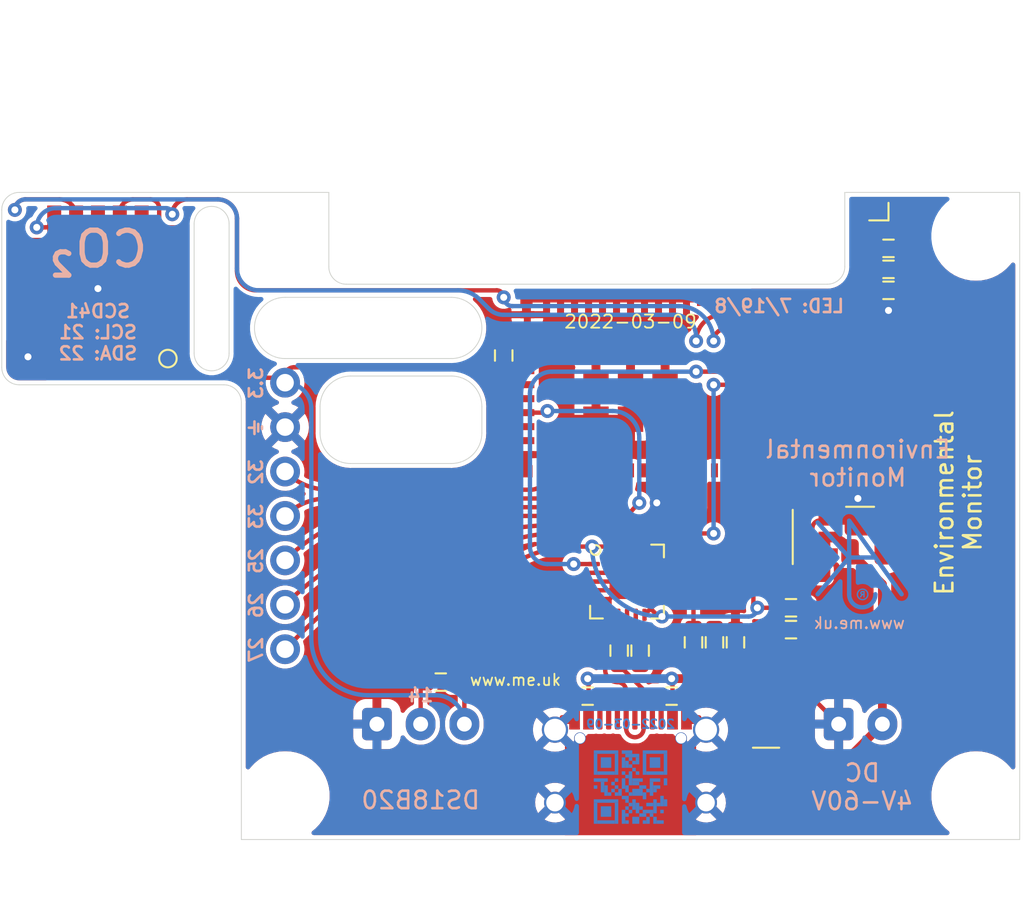
<source format=kicad_pcb>
(kicad_pcb (version 20211014) (generator pcbnew)
  (title_block (title "EnvMon") (date "${DATE}") (rev "4") (comment 1 "www.me.uk") (comment 2 "@TheRealRevK") (comment 3 "Adrian Kennard Andrews & Arnold Ltd"))
  (layers (0 "F.Cu" signal) (31 "B.Cu" signal) (34 "B.Paste" user) (35 "F.Paste" user) (36 "B.SilkS" user "B.Silkscreen") (37 "F.SilkS" user "F.Silkscreen") (38 "B.Mask" user) (39 "F.Mask" user) (44 "Edge.Cuts" user))
  (property "DATE" "2022-03-09")
  (net 0 "")
  (net 1 "VBUS")
  (net 2 "D+")
  (net 3 "D-")
  (net 5 "Net-(J1-PadA5)")
  (net 6 "Net-(J1-PadB5)")
  (net 8 "Net-(J1-PadA6)")
  (net 9 "TEMP")
  (net 11 "GND")
  (net 12 "+3V3")
  (net 13 "OLED-RST")
  (net 14 "OLED-DC")
  (net 15 "OLED-CS0")
  (net 16 "OLED-SCLK")
  (net 17 "OLED-MOSI")
  (net 18 "CO2-SDA")
  (net 19 "CO2-SCL")
  (net 28 "R")
  (net 29 "G")
  (net 30 "B")
  (net 31 "DC")
  (net 32 "Net-(D3-Pad2)")
  (net 33 "Net-(D3-Pad3)")
  (net 38 "O")
  (net 42 "I")
  (net 43 "EN")
  (net 44 "Net-(D3-Pad4)")
  (net 45 "Net-(R1-Pad2)")
  (net 47 "BOOT")
  (net 48 "Net-(J1-PadA7)")
  (net 49 "Net-(R10-Pad2)")
  (footprint "RevK:R_0603" (layer "F.Cu") (at 131.425 86.75)
    (fp_text reference "R1" hide)
    (fp_text value "100k 1% or 0R")
  )
  (footprint "RevK:SCD41" (layer "F.Cu") (at 91.8 68.5 180)
    (fp_text reference "U2" hide)
    (fp_text value "SCD41")
  )
  (footprint "RevK:Molex_MiniSPOX_H3RA" (layer "F.Cu") (at 110.25 93.4)
    (fp_text reference "J3" hide)
    (fp_text value "TEMP")
  )
  (footprint "RevK:Hidden" (layer "F.Cu") (at 135.75 83.55)
    (fp_text reference "C2" hide)
    (fp_text value "2.2uF")
  )
  (footprint "RevK:USC16-TR-Round" (layer "F.Cu") (at 122.25 100)
    (fp_text reference "J1" hide)
    (fp_text value "USB-C")
  )
  (footprint "RevK:R_0603" (layer "F.Cu") (at 131.425 88)
    (fp_text reference "R2" hide)
    (fp_text value "30k 1% or NF")
  )
  (footprint "RevK:R_0603" (layer "F.Cu") (at 127.05 88.725 90)
    (fp_text reference "R10" hide)
    (fp_text value "4k7")
  )
  (footprint "RevK:RegulatorBlockFB" (layer "F.Cu") (at 132.2 82.7 90)
    (fp_text reference "U1" hide)
    (fp_text value "LMR16006+FB")
  )
  (footprint "RevK:R_0603" (layer "F.Cu") (at 137 68.6 180)
    (fp_text reference "R7" hide)
    (fp_text value "680R")
  )
  (footprint "RevK:Hidden" (layer "F.Cu") (at 132.2 78.8 90)
    (fp_text reference "L1" hide)
    (fp_text value "6.8uH")
  )
  (footprint "RevK:R_0603" (layer "F.Cu") (at 124.6 91.8)
    (fp_text reference "R4" hide)
    (fp_text value "5K1")
  )
  (footprint "RevK:OLED1.5-RGB" (layer "F.Cu") (at 144.5 63 180)
    (fp_text reference "M1" hide)
    (fp_text value "OLED1.5-RGB")
  )
  (footprint "RevK:Hidden" (layer "F.Cu") (at 132.45 84.8)
    (fp_text reference "C1" hide)
    (fp_text value "0.1uF")
  )
  (footprint "RevK:Hidden" (layer "F.Cu") (at 135.75 77.3)
    (fp_text reference "C3" hide)
    (fp_text value "10uF")
  )
  (footprint "RevK:R_0603" (layer "F.Cu") (at 121.6 89.2 90)
    (fp_text reference "R6" hide)
    (fp_text value "27R")
  )
  (footprint "RevK:R_0603" (layer "F.Cu") (at 137 66.2 180)
    (fp_text reference "R8" hide)
    (fp_text value "2K")
  )
  (footprint "RevK:R_0603" (layer "F.Cu") (at 122.8 89.2 90)
    (fp_text reference "R5" hide)
    (fp_text value "27R")
  )
  (footprint "RevK:Hidden" (layer "F.Cu") (at 135.37 80.42 90)
    (fp_text reference "D1" hide)
    (fp_text value "Schottky")
  )
  (footprint "RevK:LED-RGB-1.6x1.6" (layer "F.Cu") (at 137 64.6 180)
    (fp_text reference "D3" hide)
    (fp_text value "RGB")
  )
  (footprint "RevK:R_0603" (layer "F.Cu") (at 119.8 91.8 180)
    (fp_text reference "R3" hide)
    (fp_text value "5K1")
  )
  (footprint "RevK:R_0603" (layer "F.Cu") (at 125.85 88.725 -90)
    (fp_text reference "R11" hide)
    (fp_text value "10k")
  )
  (footprint "RevK:R_0603" (layer "F.Cu") (at 115 72.325 -90)
    (fp_text reference "R12" hide)
    (fp_text value "10k")
  )
  (footprint "RevK:AJK" (layer "F.Cu") (at 116.25 87.125)
    (fp_text reference "Logo2" hide)
    (fp_text value "AJK" hide)
  )
  (footprint "RevK:Molex_MiniSPOX_H2RA" (layer "F.Cu") (at 135.4 93.4)
    (fp_text reference "J2" hide)
    (fp_text value "DC")
  )
  (footprint "RevK:ESP32-PICO-MINI-02" (layer "F.Cu") (at 122.25 73.99325)
    (fp_text reference "U4" hide)
    (fp_text value "ESP32-PICO-MINI-02")
  )
  (footprint "RevK:C_0603" (layer "F.Cu") (at 128.25 88.725 -90)
    (fp_text reference "C4" hide)
    (fp_text value "10nF")
  )
  (footprint "RevK:R_0603" (layer "F.Cu") (at 111.4 91)
    (fp_text reference "R13" hide)
    (fp_text value "4k7")
  )
  (footprint "RevK:R_0603" (layer "F.Cu") (at 137 67.4 180)
    (fp_text reference "R9" hide)
    (fp_text value "220R")
  )
  (footprint "RevK:QFN-20-1EP_4x4mm_P0.5mm_EP2.5x2.5mm" (layer "F.Cu") (at 122.05 85.25)
    (fp_text reference "U3" hide)
    (fp_text value "FT231XQ")
  )
  (footprint "RevK:D_1206" (layer "F.Cu") (at 130 94.25 90)
    (fp_text reference "D2" hide)
    (fp_text value "D")
  )
  (footprint "RevK:AJK" (layer "B.Cu") (at 134.75 83.875 180)
    (fp_text reference "Logo1" hide)
    (fp_text value "AJK" hide)
  )
  (footprint "RevK:QR-ENVMON" (layer "B.Cu") (at 122.25 97)
    (fp_text reference "U5" hide)
    (fp_text value "QR" hide)
  )
  (gr_line (start 99 74) (end 87.3 74) (layer "Edge.Cuts") (width 0.05))
  (gr_arc (start 97.3 64.8) (mid 98.3 63.8) (end 99.3 64.8) (layer "Edge.Cuts") (width 0.05))
  (gr_line (start 134.5 67.25) (end 134.5 63) (layer "Edge.Cuts") (width 0.05))
  (gr_arc (start 112 73.5) (mid 113.237437 74.012563) (end 113.75 75.25) (layer "Edge.Cuts") (width 0.05))
  (gr_line (start 106 68.25) (end 133.5 68.25) (layer "Edge.Cuts") (width 0.05))
  (gr_arc (start 86.3 64) (mid 86.592893 63.292893) (end 87.3 63) (layer "Edge.Cuts") (width 0.05))
  (gr_arc (start 106 68.25) (mid 105.292893 67.957107) (end 105 67.25) (layer "Edge.Cuts") (width 0.05))
  (gr_arc (start 134.5 67.25) (mid 134.207107 67.957107) (end 133.5 68.25) (layer "Edge.Cuts") (width 0.05))
  (gr_line (start 86.3 73) (end 86.3 64) (layer "Edge.Cuts") (width 0.05))
  (gr_line (start 100 100) (end 144.5 100) (layer "Edge.Cuts") (width 0.05))
  (gr_line (start 97.3 64.8) (end 97.3 72.2) (layer "Edge.Cuts") (width 0.05))
  (gr_arc (start 87.3 74) (mid 86.592893 73.707107) (end 86.3 73) (layer "Edge.Cuts") (width 0.05))
  (gr_line (start 144.5 100) (end 144.5 63) (layer "Edge.Cuts") (width 0.05))
  (gr_arc (start 106.25 78.5) (mid 105.012563 77.987437) (end 104.5 76.75) (layer "Edge.Cuts") (width 0.05))
  (gr_arc (start 104.5 75.25) (mid 105.012563 74.012563) (end 106.25 73.5) (layer "Edge.Cuts") (width 0.05))
  (gr_line (start 106.25 78.5) (end 112 78.5) (layer "Edge.Cuts") (width 0.05))
  (gr_line (start 99.3 64.8) (end 99.3 72.2) (layer "Edge.Cuts") (width 0.05))
  (gr_line (start 134.5 63) (end 144.5 63) (layer "Edge.Cuts") (width 0.05))
  (gr_line (start 102.5 72.5) (end 112 72.5) (layer "Edge.Cuts") (width 0.05))
  (gr_line (start 113.75 75.25) (end 113.75 76.75) (layer "Edge.Cuts") (width 0.05))
  (gr_line (start 112 69) (end 102.5 69) (layer "Edge.Cuts") (width 0.05))
  (gr_line (start 112 73.5) (end 106.25 73.5) (layer "Edge.Cuts") (width 0.05))
  (gr_arc (start 102.5 72.5) (mid 100.75 70.75) (end 102.5 69) (layer "Edge.Cuts") (width 0.05))
  (gr_arc (start 112 69) (mid 113.75 70.75) (end 112 72.5) (layer "Edge.Cuts") (width 0.05))
  (gr_line (start 105 63) (end 87.3 63) (layer "Edge.Cuts") (width 0.05))
  (gr_line (start 104.5 75.25) (end 104.5 76.75) (layer "Edge.Cuts") (width 0.05))
  (gr_arc (start 99.3 72.2) (mid 98.3 73.2) (end 97.3 72.2) (layer "Edge.Cuts") (width 0.05))
  (gr_line (start 100 75) (end 100 100) (layer "Edge.Cuts") (width 0.05))
  (gr_arc (start 113.75 76.75) (mid 113.237437 77.987437) (end 112 78.5) (layer "Edge.Cuts") (width 0.05))
  (gr_arc (start 99 74) (mid 99.707107 74.292893) (end 100 75) (layer "Edge.Cuts") (width 0.05))
  (gr_line (start 105 63) (end 105 67.25) (layer "Edge.Cuts") (width 0.05))
  (gr_text "DC\n4V-60V" (at 135.5 97) (layer "B.SilkS") (effects (font (size 1 1)) (justify mirror)))
  (gr_text "33" (at 100.838 81.534 90) (layer "B.SilkS") (effects (font (size 0.75 0.75)) (justify mirror)))
  (gr_text "⏚" (at 100.838 76.454 90) (layer "B.SilkS") (effects (font (size 0.75 0.75)) (justify mirror)))
  (gr_text "SCD41\nSCL: 21\nSDA: 22" (at 91.8 71) (layer "B.SilkS") (effects (font (size 0.75 0.75)) (justify mirror)))
  (gr_text "Environmental\nMonitor" (at 135.25 78.5) (layer "B.SilkS") (effects (font (size 1 1)) (justify mirror)))
  (gr_text "3.3" (at 100.838 73.914 90) (layer "B.SilkS") (effects (font (size 0.75 0.75)) (justify mirror)))
  (gr_text "CO₂" (at 91.8 66.25) (layer "B.SilkS") (effects (font (size 2 2) (thickness 0.3)) (justify mirror)))
  (gr_text "25" (at 100.838 84.074 90) (layer "B.SilkS") (effects (font (size 0.75 0.75)) (justify mirror)))
  (gr_text "DS18B20" (at 110.25 97.75) (layer "B.SilkS") (effects (font (size 1 1)) (justify mirror)))
  (gr_text "14" (at 110.25 91.75) (layer "B.SilkS") (effects (font (size 0.75 0.75)) (justify mirror)))
  (gr_text "32" (at 100.838 78.994 90) (layer "B.SilkS") (effects (font (size 0.75 0.75)) (justify mirror)))
  (gr_text "26" (at 100.838 86.614 90) (layer "B.SilkS") (effects (font (size 0.75 0.75)) (justify mirror)))
  (gr_text "27" (at 100.838 89.154 90) (layer "B.SilkS") (effects (font (size 0.75 0.75)) (justify mirror)))
  (gr_text "LED: 7/19/8" (at 130.75 69.5) (layer "B.SilkS") (effects (font (size 0.75 0.75)) (justify mirror)))
  (gr_text "Environmental\nMonitor" (at 141 80.75 90) (layer "F.SilkS") (effects (font (size 1 1))))
  (segment (start 124.6 90.8) (end 125.993559 90.8) (width 0.5) (layer "F.Cu") (net 1))
  (segment (start 127.1 89.5) (end 127.05 89.55) (width 0.5) (layer "F.Cu") (net 1))
  (segment (start 128.25 89.5) (end 127.1 89.5) (width 0.5) (layer "F.Cu") (net 1))
  (segment (start 124.65 90.85) (end 124.6 90.8) (width 0.25) (layer "F.Cu") (net 1))
  (segment (start 119.85 90.85) (end 119.8 90.8) (width 0.25) (layer "F.Cu") (net 1))
  (segment (start 128.25 89.5) (end 128.25 91.1) (width 0.5) (layer "F.Cu") (net 1))
  (segment (start 124.65 93.14) (end 124.65 90.85) (width 0.25) (layer "F.Cu") (net 1))
  (segment (start 124.67452 90.87452) (end 124.6 90.8) (width 0.5) (layer "F.Cu") (net 1))
  (segment (start 127.05 89.743559) (end 127.05 89.55) (width 0.5) (layer "F.Cu") (net 1))
  (segment (start 119.85 93.14) (end 119.85 90.85) (width 0.25) (layer "F.Cu") (net 1))
  (via (at 124.6 90.8) (size 0.8) (drill 0.4) (layers "F.Cu" "B.Cu") (net 1))
  (via (at 119.8 90.8) (size 0.8) (drill 0.4) (layers "F.Cu" "B.Cu") (net 1))
  (arc (start 128.25 91.1) (mid 128.762563 92.337437) (end 130 92.85) (width 0.5) (layer "F.Cu") (net 1))
  (arc (start 125.993559 90.8) (mid 126.740576 90.490576) (end 127.05 89.743559) (width 0.5) (layer "F.Cu") (net 1))
  (segment (start 124.6 90.8) (end 119.8 90.8) (width 0.5) (layer "B.Cu") (net 1))
  (segment (start 122.05 87.15) (end 122.05 87.288604) (width 0.25) (layer "F.Cu") (net 2))
  (arc (start 122.05 87.288604) (mid 121.933048 87.876557) (end 121.6 88.375) (width 0.25) (layer "F.Cu") (net 2))
  (segment (start 122.55 87.15) (end 122.55 87.771447) (width 0.25) (layer "F.Cu") (net 3))
  (arc (start 122.55 87.771447) (mid 122.614973 88.098087) (end 122.8 88.375) (width 0.25) (layer "F.Cu") (net 3))
  (segment (start 121 93.14) (end 121 92.175) (width 0.25) (layer "F.Cu") (net 5))
  (segment (start 121 92.175) (end 120.625 91.8) (width 0.25) (layer "F.Cu") (net 5))
  (segment (start 124 92.025) (end 123.775 91.8) (width 0.25) (layer "F.Cu") (net 6))
  (segment (start 124 93.14) (end 124 92.025) (width 0.25) (layer "F.Cu") (net 6))
  (segment (start 122 93.14) (end 122 93.65) (width 0.25) (layer "F.Cu") (net 8))
  (segment (start 123 93.65) (end 123 93.14) (width 0.25) (layer "F.Cu") (net 8))
  (segment (start 123 91.441783) (end 121.6 90.041783) (width 0.25) (layer "F.Cu") (net 8))
  (segment (start 121.6 90.041783) (end 121.6 90.025) (width 0.25) (layer "F.Cu") (net 8))
  (segment (start 123 93.14) (end 123 91.441783) (width 0.25) (layer "F.Cu") (net 8))
  (arc (start 122.5 94.15) (mid 122.853553 94.003553) (end 123 93.65) (width 0.25) (layer "F.Cu") (net 8))
  (arc (start 122 93.65) (mid 122.146447 94.003553) (end 122.5 94.15) (width 0.25) (layer "F.Cu") (net 8))
  (segment (start 110.25 93.4) (end 110.25 91.325) (width 0.25) (layer "F.Cu") (net 9))
  (segment (start 118.75 82.5) (end 118.035533 82.5) (width 0.25) (layer "F.Cu") (net 9))
  (segment (start 110.575 88.440254) (end 110.575 91) (width 0.25) (layer "F.Cu") (net 9))
  (segment (start 122.25 78.84325) (end 122.25 79) (width 0.25) (layer "F.Cu") (net 9))
  (arc (start 110.25 91.325) (mid 110.34519 91.09519) (end 110.575 91) (width 0.25) (layer "F.Cu") (net 9))
  (arc (start 118.035533 82.5) (mid 114.769126 83.149729) (end 112 85) (width 0.25) (layer "F.Cu") (net 9))
  (arc (start 122.25 79) (mid 121.224874 81.474874) (end 118.75 82.5) (width 0.25) (layer "F.Cu") (net 9))
  (arc (start 112 85) (mid 110.945345 86.578402) (end 110.575 88.440254) (width 0.25) (layer "F.Cu") (net 9))
  (segment (start 135.37 78.9375) (end 135.37 80.38) (width 0.5) (layer "F.Cu") (net 11))
  (segment (start 120.15 86.25) (end 121.05 86.25) (width 0.25) (layer "F.Cu") (net 11))
  (segment (start 121.05 86.25) (end 122.05 85.25) (width 0.25) (layer "F.Cu") (net 11))
  (segment (start 120.15 84.75) (end 121.55 84.75) (width 0.25) (layer "F.Cu") (net 11))
  (segment (start 134.15 93.4) (end 130.207107 89.457107) (width 0.25) (layer "F.Cu") (net 11))
  (segment (start 121.55 84.75) (end 122.05 85.25) (width 0.25) (layer "F.Cu") (net 11))
  (segment (start 94.3 64.5) (end 94.3 66) (width 0.5) (layer "F.Cu") (net 11))
  (segment (start 123.95 85.25) (end 122.05 85.25) (width 0.25) (layer "F.Cu") (net 11))
  (segment (start 118.975 89.275) (end 118.975 91.8) (width 0.25) (layer "F.Cu") (net 11))
  (segment (start 126.25 88.75) (end 128.5 88.75) (width 0.25) (layer "F.Cu") (net 11))
  (segment (start 135.37 80.38) (end 135.25 80.5) (width 0.5) (layer "F.Cu") (net 11))
  (segment (start 121.05 87.15) (end 121.05 86.25) (width 0.25) (layer "F.Cu") (net 11))
  (segment (start 125.85 89.55) (end 125.85 89.15) (width 0.25) (layer "F.Cu") (net 11))
  (segment (start 120.15 85.25) (end 122.05 85.25) (width 0.25) (layer "F.Cu") (net 11))
  (segment (start 94.3 72.5) (end 94.3 71) (width 0.5) (layer "F.Cu") (net 11))
  (segment (start 120.15 85.75) (end 121.55 85.75) (width 0.25) (layer "F.Cu") (net 11))
  (segment (start 94.3 66) (end 93 67.3) (width 0.5) (layer "F.Cu") (net 11))
  (segment (start 94.3 71) (end 93 69.7) (width 0.5) (layer "F.Cu") (net 11))
  (segment (start 121.05 87.15) (end 121.05 87.2) (width 0.25) (layer "F.Cu") (net 11))
  (via (at 87.8 72.4) (size 0.8) (drill 0.4) (layers "F.Cu" "B.Cu") (net 11))
  (via (at 91.8 68.5) (size 0.8) (drill 0.4) (layers "F.Cu" "B.Cu") (net 11))
  (via (at 137 69.75) (size 0.8) (drill 0.4) (layers "F.Cu" "B.Cu") (net 11))
  (via (at 135.25 80.5) (size 0.8) (drill 0.4) (layers "F.Cu" "B.Cu") (net 11))
  (via (at 123.75 80.75) (size 0.8) (drill 0.4) (layers "F.Cu" "B.Cu") (net 11))
  (arc (start 119.75 88.5) (mid 119.201992 88.726992) (end 118.975 89.275) (width 0.25) (layer "F.Cu") (net 11))
  (arc (start 130.207107 89.457107) (mid 129.42388 88.933771) (end 128.5 88.75) (width 0.25) (layer "F.Cu") (net 11))
  (arc (start 121.05 87.2) (mid 120.669239 88.119239) (end 119.75 88.5) (width 0.25) (layer "F.Cu") (net 11))
  (arc (start 125.85 89.15) (mid 125.967157 88.867157) (end 126.25 88.75) (width 0.25) (layer "F.Cu") (net 11))
  (segment (start 96.9 73.6) (end 99.68 73.6) (width 0.25) (layer "B.Cu") (net 11))
  (segment (start 101.65 75.57) (end 102.5 76.42) (width 0.25) (layer "B.Cu") (net 11))
  (arc (start 99.68 73.6) (mid 101.073 74.177) (end 101.65 75.57) (width 0.25) (layer "B.Cu") (net 11))
  (arc (start 91.8 68.5) (mid 93.293755 72.106245) (end 96.9 73.6) (width 0.25) (layer "B.Cu") (net 11))
  (segment (start 96.9 65.6) (end 96.9 73.6) (width 0.25) (layer "F.Cu") (net 12))
  (segment (start 129.275 86.525) (end 129.275 78.725) (width 0.25) (layer "F.Cu") (net 12))
  (segment (start 135.820532 76.279468) (end 134.8 77.3) (width 0.25) (layer "F.Cu") (net 12))
  (segment (start 95.8 65) (end 96.3 65) (width 0.25) (layer "F.Cu") (net 12))
  (segment (start 112.75 93.4) (end 112.75 91.525) (width 0.25) (layer "F.Cu") (net 12))
  (segment (start 123.4 86.8) (end 123.85 87.25) (width 0.25) (layer "F.Cu") (net 12))
  (segment (start 93.05 72.5) (end 93.05 72.85) (width 0.25) (layer "F.Cu") (net 12))
  (segment (start 112.225 90.138782) (end 112.225 91) (width 0.25) (layer "F.Cu") (net 12))
  (segment (start 115.09325 71.59325) (end 115 71.5) (width 0.25) (layer "F.Cu") (net 12))
  (segment (start 102.5 73.88) (end 102.5 73.5) (width 0.25) (layer "F.Cu") (net 12))
  (segment (start 102.22 73.6) (end 96.9 73.6) (width 0.25) (layer "F.Cu") (net 12))
  (segment (start 136.725 63.5) (end 138.51143 63.5) (width 0.25) (layer "F.Cu") (net 12))
  (segment (start 123.85 87.25) (end 124.05 87.25) (width 0.25) (layer "F.Cu") (net 12))
  (segment (start 120.808579 83.25) (end 120.05 83.25) (width 0.25) (layer "F.Cu") (net 12))
  (segment (start 95.3 63.9) (end 95.3 64.5) (width 0.25) (layer "F.Cu") (net 12))
  (segment (start 93.8 63.4) (end 94.8 63.4) (width 0.25) (layer "F.Cu") (net 12))
  (segment (start 93.05 64.5) (end 93.05 64.15) (width 0.25) (layer "F.Cu") (net 12))
  (segment (start 123.4 86.8) (end 123.95 86.25) (width 0.25) (layer "F.Cu") (net 12))
  (segment (start 120.05 83.25) (end 119.078427 83.25) (width 0.25) (layer "F.Cu") (net 12))
  (segment (start 123.95 86.25) (end 123.95 85.75) (width 0.25) (layer "F.Cu") (net 12))
  (segment (start 115 71.5) (end 114.75 71.5) (width 0.25) (layer "F.Cu") (net 12))
  (segment (start 123.05 87.15) (end 123.4 86.8) (width 0.25) (layer "F.Cu") (net 12))
  (segment (start 132.25 77.3) (end 130.7 77.3) (width 0.25) (layer "F.Cu") (net 12))
  (segment (start 139.25 64.23857) (end 139.25 68) (width 0.25) (layer "F.Cu") (net 12))
  (segment (start 93.8 73.6) (end 96.9 73.6) (width 0.25) (layer "F.Cu") (net 12))
  (segment (start 116.35 71.59325) (end 115.09325 71.59325) (width 0.25) (layer "F.Cu") (net 12))
  (segment (start 103 73) (end 113.25 73) (width 0.25) (layer "F.Cu") (net 12))
  (segment (start 130.6 86.75) (end 129.5 86.75) (width 0.25) (layer "F.Cu") (net 12))
  (via (at 120.05 83.25) (size 0.8) (drill 0.4) (layers "F.Cu" "B.Cu") (net 12))
  (via (at 124.05 87.25) (size 0.8) (drill 0.4) (layers "F.Cu" "B.Cu") (net 12))
  (via (at 129.5 86.75) (size 0.8) (drill 0.4) (layers "F.Cu" "B.Cu") (net 12))
  (arc (start 93.05 64.15) (mid 93.26967 63.61967) (end 93.8 63.4) (width 0.25) (layer "F.Cu") (net 12))
  (arc (start 121.05 83.35) (mid 120.939235 83.275989) (end 120.808579 83.25) (width 0.25) (layer "F.Cu") (net 12))
  (arc (start 114.25 85.25) (mid 112.75128 87.492992) (end 112.225 90.138782) (width 0.25) (layer "F.Cu") (net 12))
  (arc (start 93.05 72.85) (mid 93.26967 73.38033) (end 93.8 73.6) (width 0.25) (layer "F.Cu") (net 12))
  (arc (start 102.5 73.5) (mid 102.646447 73.146447) (end 103 73) (width 0.25) (layer "F.Cu") (net 12))
  (arc (start 129.5 86.75) (mid 129.340901 86.684099) (end 129.275 86.525) (width 0.25) (layer "F.Cu") (net 12))
  (arc (start 138.51143 63.5) (mid 139.033678 63.716322) (end 139.25 64.23857) (width 0.25) (layer "F.Cu") (net 12))
  (arc (start 96.3 65) (mid 96.724264 65.175736) (end 96.9 65.6) (width 0.25) (layer "F.Cu") (net 12))
  (arc (start 112.75 91.525) (mid 112.596231 91.153769) (end 112.225 91) (width 0.25) (layer "F.Cu") (net 12))
  (arc (start 136.125 64.1) (mid 136.300736 63.675736) (end 136.725 63.5) (width 0.25) (layer "F.Cu") (net 12))
  (arc (start 95.3 64.5) (mid 95.446447 64.853553) (end 95.8 65) (width 0.25) (layer "F.Cu") (net 12))
  (arc (start 119.078427 83.25) (mid 116.465302 83.769783) (end 114.25 85.25) (width 0.25) (layer "F.Cu") (net 12))
  (arc (start 113.25 73) (mid 113.78033 72.78033) (end 114 72.25) (width 0.25) (layer "F.Cu") (net 12))
  (arc (start 102.5 73.88) (mid 102.41799 73.68201) (end 102.22 73.6) (width 0.25) (layer "F.Cu") (net 12))
  (arc (start 94.8 63.4) (mid 95.153553 63.546447) (end 95.3 63.9) (width 0.25) (layer "F.Cu") (net 12))
  (arc (start 114.75 71.5) (mid 114.21967 71.71967) (end 114 72.25) (width 0.25) (layer "F.Cu") (net 12))
  (arc (start 139.25 68) (mid 138.35871 72.480816) (end 135.820532 76.279468) (width 0.25) (layer "F.Cu") (net 12))
  (arc (start 130.7 77.3) (mid 129.692373 77.717373) (end 129.275 78.725) (width 0.25) (layer "F.Cu") (net 12))
  (segment (start 104 75.38) (end 104 88.5) (width 0.25) (layer "B.Cu") (net 12))
  (segment (start 124.05 87.25) (end 129 87.25) (width 0.25) (layer "B.Cu") (net 12))
  (segment (start 107.25 91.75) (end 111.1 91.75) (width 0.25) (layer "B.Cu") (net 12))
  (arc (start 120.05 83.25) (mid 121.221573 86.078427) (end 124.05 87.25) (width 0.25) (layer "B.Cu") (net 12))
  (arc (start 129 87.25) (mid 129.353553 87.103553) (end 129.5 86.75) (width 0.25) (layer "B.Cu") (net 12))
  (arc (start 111.1 91.75) (mid 112.266726 92.233274) (end 112.75 93.4) (width 0.25) (layer "B.Cu") (net 12))
  (arc (start 104 88.5) (mid 104.951903 90.798097) (end 107.25 91.75) (width 0.25) (layer "B.Cu") (net 12))
  (arc (start 102.5 73.88) (mid 103.56066 74.31934) (end 104 75.38) (width 0.25) (layer "B.Cu") (net 12))
  (segment (start 121.45 78.84325) (end 121.45 79.05) (width 0.25) (layer "F.Cu") (net 13))
  (segment (start 103.340892 88.279108) (end 102.5 89.12) (width 0.25) (layer "F.Cu") (net 13))
  (arc (start 121.45 79.05) (mid 120.585965 81.135965) (end 118.5 82) (width 0.25) (layer "F.Cu") (net 13))
  (arc (start 118.5 82) (mid 110.29595 83.631887) (end 103.340892 88.279108) (width 0.25) (layer "F.Cu") (net 13))
  (segment (start 118.64325 81.5) (end 114.764204 81.5) (width 0.25) (layer "F.Cu") (net 14))
  (segment (start 120.65 78.84325) (end 120.65 79.49325) (width 0.25) (layer "F.Cu") (net 14))
  (arc (start 114.764204 81.5) (mid 108.126865 82.820249) (end 102.5 86.58) (width 0.25) (layer "F.Cu") (net 14))
  (arc (start 120.65 79.49325) (mid 120.062237 80.912237) (end 118.64325 81.5) (width 0.25) (layer "F.Cu") (net 14))
  (segment (start 119.85 78.84325) (end 119.85 79.49325) (width 0.25) (layer "F.Cu") (net 15))
  (segment (start 118.34325 81) (end 109.839209 81) (width 0.25) (layer "F.Cu") (net 15))
  (arc (start 119.85 79.49325) (mid 119.408683 80.558683) (end 118.34325 81) (width 0.25) (layer "F.Cu") (net 15))
  (arc (start 109.839209 81) (mid 105.867258 81.79007) (end 102.5 84.04) (width 0.25) (layer "F.Cu") (net 15))
  (segment (start 117.24325 80.5) (end 104.914213 80.5) (width 0.25) (layer "F.Cu") (net 16))
  (segment (start 118.25 78.84325) (end 118.25 79.49325) (width 0.25) (layer "F.Cu") (net 16))
  (arc (start 118.25 79.49325) (mid 117.95513 80.20513) (end 117.24325 80.5) (width 0.25) (layer "F.Cu") (net 16))
  (arc (start 104.914213 80.5) (mid 103.607651 80.759891) (end 102.5 81.5) (width 0.25) (layer "F.Cu") (net 16))
  (segment (start 116.54325 80) (end 116.49325 80) (width 0.25) (layer "F.Cu") (net 17))
  (segment (start 117.45 78.89325) (end 117.45 79.09325) (width 0.25) (layer "F.Cu") (net 17))
  (segment (start 116.49325 80) (end 105.010782 80) (width 0.25) (layer "F.Cu") (net 17))
  (arc (start 105.010782 80) (mid 103.651957 79.729713) (end 102.5 78.96) (width 0.25) (layer "F.Cu") (net 17))
  (arc (start 117.45 79.09325) (mid 117.184419 79.734419) (end 116.54325 80) (width 0.25) (layer "F.Cu") (net 17))
  (segment (start 114.6 68.6) (end 100.85 68.6) (width 0.25) (layer "F.Cu") (net 18))
  (segment (start 98.65 63.4) (end 96.9 63.4) (width 0.25) (layer "F.Cu") (net 18))
  (segment (start 88.8 65) (end 88.3 65) (width 0.25) (layer "F.Cu") (net 18))
  (segment (start 99.75 67.5) (end 99.75 64.5) (width 0.25) (layer "F.Cu") (net 18))
  (segment (start 128.15 70.79325) (end 127.70675 70.79325) (width 0.25) (layer "F.Cu") (net 18))
  (via (at 96.05 64.25) (size 0.8) (drill 0.4) (layers "F.Cu" "B.Cu") (net 18))
  (via (at 88.3 65) (size 0.8) (drill 0.4) (layers "F.Cu" "B.Cu") (net 18))
  (via (at 115 69) (size 0.8) (drill 0.4) (layers "F.Cu" "B.Cu") (net 18))
  (via (at 127 71.5) (size 0.8) (drill 0.4) (layers "F.Cu" "B.Cu") (net 18))
  (arc (start 89.3 64.5) (mid 89.153553 64.853553) (end 88.8 65) (width 0.25) (layer "F.Cu") (net 18))
  (arc (start 127.70675 70.79325) (mid 127.207002 71.000252) (end 127 71.5) (width 0.25) (layer "F.Cu") (net 18))
  (arc (start 99.75 64.5) (mid 99.427817 63.722183) (end 98.65 63.4) (width 0.25) (layer "F.Cu") (net 18))
  (arc (start 100.85 68.6) (mid 100.072183 68.277817) (end 99.75 67.5) (width 0.25) (layer "F.Cu") (net 18))
  (arc (start 96.9 63.4) (mid 96.298959 63.648959) (end 96.05 64.25) (width 0.25) (layer "F.Cu") (net 18))
  (arc (start 115 69) (mid 114.882843 68.717157) (end 114.6 68.6) (width 0.25) (layer "F.Cu") (net 18))
  (segment (start 115.5 69.5) (end 125 69.5) (width 0.25) (layer "B.Cu") (net 18))
  (segment (start 89.4 63.9) (end 95.7 63.9) (width 0.25) (layer "B.Cu") (net 18))
  (arc (start 115 69) (mid 115.146447 69.353553) (end 115.5 69.5) (width 0.25) (layer "B.Cu") (net 18))
  (arc (start 95.7 63.9) (mid 95.947487 64.002513) (end 96.05 64.25) (width 0.25) (layer "B.Cu") (net 18))
  (arc (start 125 69.5) (mid 126.414214 70.085786) (end 127 71.5) (width 0.25) (layer "B.Cu") (net 18))
  (arc (start 88.3 65) (mid 88.622183 64.222183) (end 89.4 63.9) (width 0.25) (layer "B.Cu") (net 18))
  (segment (start 90.55 64.5) (end 90.55 64.35) (width 0.25) (layer "F.Cu") (net 19))
  (segment (start 89.6 63.4) (end 87.65 63.4) (width 0.25) (layer "F.Cu") (net 19))
  (segment (start 128.15 69.99325) (end 127.50675 69.99325) (width 0.25) (layer "F.Cu") (net 19))
  (via (at 87.05 64) (size 0.8) (drill 0.4) (layers "F.Cu" "B.Cu") (net 19))
  (via (at 126 71.5) (size 0.8) (drill 0.4) (layers "F.Cu" "B.Cu") (net 19))
  (arc (start 87.65 63.4) (mid 87.225736 63.575736) (end 87.05 64) (width 0.25) (layer "F.Cu") (net 19))
  (arc (start 90.55 64.35) (mid 90.271751 63.678249) (end 89.6 63.4) (width 0.25) (layer "F.Cu") (net 19))
  (arc (start 127.50675 69.99325) (mid 126.441317 70.434567) (end 126 71.5) (width 0.25) (layer "F.Cu") (net 19))
  (segment (start 99.75 64.5) (end 99.75 67.35) (width 0.25) (layer "B.Cu") (net 19))
  (segment (start 87.65 63.4) (end 98.65 63.4) (width 0.25) (layer "B.Cu") (net 19))
  (segment (start 115 70) (end 124.75 70) (width 0.25) (layer "B.Cu") (net 19))
  (segment (start 101 68.6) (end 112.392894 68.6) (width 0.25) (layer "B.Cu") (net 19))
  (segment (start 126 71.25) (end 126 71.5) (width 0.25) (layer "B.Cu") (net 19))
  (segment (start 113.6 69.1) (end 114.146446 69.646446) (width 0.25) (layer "B.Cu") (net 19))
  (arc (start 98.65 63.4) (mid 99.427817 63.722183) (end 99.75 64.5) (width 0.25) (layer "B.Cu") (net 19))
  (arc (start 114.146446 69.646446) (mid 114.53806 69.908114) (end 115 70) (width 0.25) (layer "B.Cu") (net 19))
  (arc (start 87.05 64) (mid 87.225736 63.575736) (end 87.65 63.4) (width 0.25) (layer "B.Cu") (net 19))
  (arc (start 124.75 70) (mid 125.633883 70.366117) (end 126 71.25) (width 0.25) (layer "B.Cu") (net 19))
  (arc (start 99.75 67.35) (mid 100.116117 68.233883) (end 101 68.6) (width 0.25) (layer "B.Cu") (net 19))
  (arc (start 112.392894 68.6) (mid 113.046175 68.729946) (end 113.6 69.1) (width 0.25) (layer "B.Cu") (net 19))
  (segment (start 136.175 68.6) (end 136.175 69.825) (width 0.25) (layer "F.Cu") (net 28))
  (segment (start 128.8 76.39325) (end 128.15 76.39325) (width 0.25) (layer "F.Cu") (net 28))
  (segment (start 129.5 73) (end 129.5 75.69325) (width 0.25) (layer "F.Cu") (net 28))
  (segment (start 133.5 72.5) (end 130 72.5) (width 0.25) (layer "F.Cu") (net 28))
  (arc (start 129.5 75.69325) (mid 129.294975 76.188225) (end 128.8 76.39325) (width 0.25) (layer "F.Cu") (net 28))
  (arc (start 130 72.5) (mid 129.646447 72.646447) (end 129.5 73) (width 0.25) (layer "F.Cu") (net 28))
  (arc (start 136.175 69.825) (mid 135.391511 71.716511) (end 133.5 72.5) (width 0.25) (layer "F.Cu") (net 28))
  (segment (start 134.9 68) (end 134.9 69.9) (width 0.25) (layer "F.Cu") (net 29))
  (segment (start 131.05675 71.54325) (end 133.25675 71.54325) (width 0.25) (layer "F.Cu") (net 29))
  (segment (start 128.15 71.54325) (end 131.05675 71.54325) (width 0.25) (layer "F.Cu") (net 29))
  (segment (start 136.175 66.2) (end 136.158217 66.2) (width 0.25) (layer "F.Cu") (net 29))
  (segment (start 134.9 67.458217) (end 134.9 68) (width 0.25) (layer "F.Cu") (net 29))
  (arc (start 136.158217 66.2) (mid 135.268523 66.568523) (end 134.9 67.458217) (width 0.25) (layer "F.Cu") (net 29))
  (arc (start 133.25675 71.54325) (mid 134.418703 71.061953) (end 134.9 69.9) (width 0.25) (layer "F.Cu") (net 29))
  (segment (start 136.175 67.4) (end 136.158217 67.4) (width 0.25) (layer "F.Cu") (net 30))
  (segment (start 133.4 72) (end 130 72) (width 0.25) (layer "F.Cu") (net 30))
  (segment (start 128.15675 75.59325) (end 128.15 75.59325) (width 0.25) (layer "F.Cu") (net 30))
  (segment (start 129 73) (end 129 74.75) (width 0.25) (layer "F.Cu") (net 30))
  (segment (start 135.4 68.158217) (end 135.4 70) (width 0.25) (layer "F.Cu") (net 30))
  (arc (start 135.4 70) (mid 134.814214 71.414214) (end 133.4 72) (width 0.25) (layer "F.Cu") (net 30))
  (arc (start 129 74.75) (mid 128.753018 75.346268) (end 128.15675 75.59325) (width 0.25) (layer "F.Cu") (net 30))
  (arc (start 130 72) (mid 129.292893 72.292893) (end 129 73) (width 0.25) (layer "F.Cu") (net 30))
  (arc (start 136.158217 67.4) (mid 135.622077 67.622077) (end 135.4 68.158217) (width 0.25) (layer "F.Cu") (net 30))
  (segment (start 134.8 83.55) (end 136.65 85.4) (width 0.5) (layer "F.Cu") (net 31))
  (segment (start 136.65 85.4) (end 136.65 93.4) (width 0.5) (layer "F.Cu") (net 31))
  (segment (start 133.55 83.65) (end 133.55 82.7) (width 0.25) (layer "F.Cu") (net 31))
  (segment (start 134.4 95.65) (end 130 95.65) (width 0.5) (layer "F.Cu") (net 31))
  (segment (start 136.65 93.4) (end 134.4 95.65) (width 0.5) (layer "F.Cu") (net 31))
  (segment (start 138.624511 67.817272) (end 138.624511 64.525489) (width 0.25) (layer "F.Cu") (net 32))
  (segment (start 137.825 68.6) (end 137.841783 68.6) (width 0.25) (layer "F.Cu") (net 32))
  (segment (start 138.199022 64.1) (end 137.875 64.1) (width 0.25) (layer "F.Cu") (net 32))
  (arc (start 138.624511 64.525489) (mid 138.499888 64.224623) (end 138.199022 64.1) (width 0.25) (layer "F.Cu") (net 32))
  (arc (start 137.841783 68.6) (mid 138.395255 68.370744) (end 138.624511 67.817272) (width 0.25) (layer "F.Cu") (net 32))
  (segment (start 137.875 65.1) (end 137.875 66.15) (width 0.25) (layer "F.Cu") (net 33))
  (segment (start 137.875 66.15) (end 137.825 66.2) (width 0.25) (layer "F.Cu") (net 33))
  (segment (start 120.15 84.25) (end 119 84.25) (width 0.25) (layer "F.Cu") (net 38))
  (segment (start 126 73.25) (end 128.04325 73.25) (width 0.25) (layer "F.Cu") (net 38))
  (via (at 119 84.25) (size 0.8) (drill 0.4) (layers "F.Cu" "B.Cu") (net 38))
  (via (at 126 73.25) (size 0.8) (drill 0.4) (layers "F.Cu" "B.Cu") (net 38))
  (arc (start 128.04325 73.25) (mid 128.118734 73.218734) (end 128.15 73.14325) (width 0.25) (layer "F.Cu") (net 38))
  (segment (start 116.5 83.25) (end 116.5 74.5) (width 0.25) (layer "B.Cu") (net 38))
  (segment (start 117.75 73.25) (end 126 73.25) (width 0.25) (layer "B.Cu") (net 38))
  (segment (start 119 84.25) (end 117.5 84.25) (width 0.25) (layer "B.Cu") (net 38))
  (arc (start 117.5 84.25) (mid 116.792893 83.957107) (end 116.5 83.25) (width 0.25) (layer "B.Cu") (net 38))
  (arc (start 116.5 74.5) (mid 116.866117 73.616117) (end 117.75 73.25) (width 0.25) (layer "B.Cu") (net 38))
  (segment (start 123.002672 82.5) (end 127 82.5) (width 0.25) (layer "F.Cu") (net 42))
  (segment (start 127 74) (end 128.09325 74) (width 0.25) (layer "F.Cu") (net 42))
  (segment (start 122.55 83.35) (end 122.55 82.952672) (width 0.25) (layer "F.Cu") (net 42))
  (via (at 127 82.5) (size 0.8) (drill 0.4) (layers "F.Cu" "B.Cu") (net 42))
  (via (at 127 74) (size 0.8) (drill 0.4) (layers "F.Cu" "B.Cu") (net 42))
  (arc (start 122.55 82.952672) (mid 122.682585 82.632585) (end 123.002672 82.5) (width 0.25) (layer "F.Cu") (net 42))
  (arc (start 128.09325 74) (mid 128.133378 73.983378) (end 128.15 73.94325) (width 0.25) (layer "F.Cu") (net 42))
  (segment (start 127 82.5) (end 127 74) (width 0.25) (layer "B.Cu") (net 42))
  (segment (start 115 74.89325) (end 115 73.15) (width 0.25) (layer "F.Cu") (net 43))
  (segment (start 116.35 75.59325) (end 117.40675 75.59325) (width 0.25) (layer "F.Cu") (net 43))
  (segment (start 122.539949 80.96005) (end 122.75 80.75) (width 0.25) (layer "F.Cu") (net 43))
  (segment (start 116.35 75.59325) (end 115.7 75.59325) (width 0.25) (layer "F.Cu") (net 43))
  (via (at 122.75 80.75) (size 0.8) (drill 0.4) (layers "F.Cu" "B.Cu") (net 43))
  (via (at 117.5 75.5) (size 0.8) (drill 0.4) (layers "F.Cu" "B.Cu") (net 43))
  (arc (start 121.55 83.35) (mid 121.807279 82.056569) (end 122.539949 80.96005) (width 0.25) (layer "F.Cu") (net 43))
  (arc (start 115.7 75.59325) (mid 115.205025 75.388225) (end 115 74.89325) (width 0.25) (layer "F.Cu") (net 43))
  (arc (start 117.40675 75.59325) (mid 117.472688 75.565938) (end 117.5 75.5) (width 0.25) (layer "F.Cu") (net 43))
  (segment (start 117.5 75.5) (end 121.22 75.5) (width 0.25) (layer "B.Cu") (net 43))
  (segment (start 122.75 80.75) (end 122.75 77.03) (width 0.25) (layer "B.Cu") (net 43))
  (arc (start 122.75 77.03) (mid 122.301873 75.948127) (end 121.22 75.5) (width 0.25) (layer "B.Cu") (net 43))
  (segment (start 136.125 65.1) (end 136.3 65.1) (width 0.25) (layer "F.Cu") (net 44))
  (segment (start 137.825 67.4) (end 137.808217 67.4) (width 0.25) (layer "F.Cu") (net 44))
  (segment (start 137.10048 65.90048) (end 137.10048 66.692263) (width 0.25) (layer "F.Cu") (net 44))
  (arc (start 137.808217 67.4) (mid 137.307771 67.192709) (end 137.10048 66.692263) (width 0.25) (layer "F.Cu") (net 44))
  (arc (start 136.3 65.1) (mid 136.866025 65.334455) (end 137.10048 65.90048) (width 0.25) (layer "F.Cu") (net 44))
  (segment (start 130.75 84.5) (end 130.75 83.891421) (width 0.25) (layer "F.Cu") (net 45))
  (segment (start 132.25 86.75) (end 131.28033 85.78033) (width 0.25) (layer "F.Cu") (net 45))
  (segment (start 132.25 86.75) (end 132.25 88) (width 0.25) (layer "F.Cu") (net 45))
  (arc (start 131.28033 85.78033) (mid 130.887828 85.19291) (end 130.75 84.5) (width 0.25) (layer "F.Cu") (net 45))
  (arc (start 130.75 83.891421) (mid 130.775989 83.760765) (end 130.85 83.65) (width 0.25) (layer "F.Cu") (net 45))
  (segment (start 122.05 82.95) (end 122.05 83.35) (width 0.25) (layer "F.Cu") (net 47))
  (segment (start 126.25 78.84325) (end 126.25 81) (width 0.25) (layer "F.Cu") (net 47))
  (segment (start 125.25 82) (end 123 82) (width 0.25) (layer "F.Cu") (net 47))
  (arc (start 123 82) (mid 122.328249 82.278249) (end 122.05 82.95) (width 0.25) (layer "F.Cu") (net 47))
  (arc (start 126.25 81) (mid 125.957107 81.707107) (end 125.25 82) (width 0.25) (layer "F.Cu") (net 47))
  (segment (start 122.5 92.6) (end 122.5 93.14) (width 0.25) (layer "F.Cu") (net 48))
  (segment (start 122 92.1) (end 122 91.5) (width 0.25) (layer "F.Cu") (net 48))
  (segment (start 121.5 93.14) (end 121.5 92.6) (width 0.25) (layer "F.Cu") (net 48))
  (segment (start 121.30048 89.30048) (end 122.092263 89.30048) (width 0.25) (layer "F.Cu") (net 48))
  (segment (start 120.80048 90.30048) (end 120.80048 89.80048) (width 0.25) (layer "F.Cu") (net 48))
  (segment (start 122.8 90.008217) (end 122.8 90.025) (width 0.25) (layer "F.Cu") (net 48))
  (arc (start 122 92.1) (mid 122.353553 92.246447) (end 122.5 92.6) (width 0.25) (layer "F.Cu") (net 48))
  (arc (start 120.80048 89.80048) (mid 120.946927 89.446927) (end 121.30048 89.30048) (width 0.25) (layer "F.Cu") (net 48))
  (arc (start 121.5 91) (mid 121.005365 90.795115) (end 120.80048 90.30048) (width 0.25) (layer "F.Cu") (net 48))
  (arc (start 122 91.5) (mid 121.853553 91.146447) (end 121.5 91) (width 0.25) (layer "F.Cu") (net 48))
  (arc (start 122.092263 89.30048) (mid 122.592709 89.507771) (end 122.8 90.008217) (width 0.25) (layer "F.Cu") (net 48))
  (arc (start 121.5 92.6) (mid 121.646447 92.246447) (end 122 92.1) (width 0.25) (layer "F.Cu") (net 48))
  (segment (start 127.05 87.9) (end 125.85 87.9) (width 0.25) (layer "F.Cu") (net 49))
  (segment (start 125.85 87.9) (end 125.85 85.8) (width 0.25) (layer "F.Cu") (net 49))
  (segment (start 123.05 83.35) (end 123.4 83.35) (width 0.25) (layer "F.Cu") (net 49))
  (arc (start 125.85 85.8) (mid 125.132412 84.067588) (end 123.4 83.35) (width 0.25) (layer "F.Cu") (net 49))
  (zone (net 11) (net_name "GND") (layers F&B.Cu) (connect_pads (clearance 0.254)) (min_thickness 0.254) (fill yes (thermal_gap 0.508) (thermal_bridge_width 0.508))
    (polygon (pts (xy 144.5 100) (xy 86.2 100) (xy 86.2 52) (xy 144.5 52)))
  )
)
</source>
